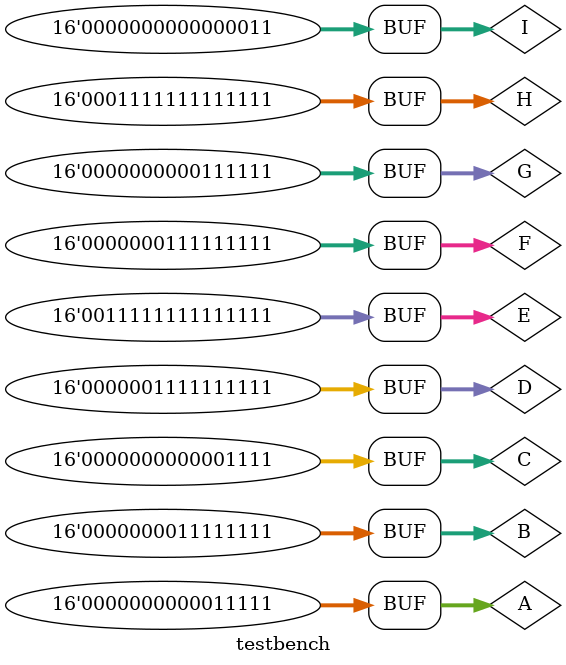
<source format=v>
`timescale 1ns / 1ps


module testbench;

	// Inputs
	reg [15:0] A;
	reg [15:0] B;
	reg [15:0] C;
	reg [15:0] D;
	reg [15:0] E;
	reg [15:0] F;
	reg [15:0] G;
	reg [15:0] H;
	reg [15:0] I;

	// Outputs
	wire [15:0] y;

	// Instantiate the Unit Under Test (UUT)
	onenot uut (
		.A(A), 
		.B(B), 
		.C(C), 
		.D(D), 
		.E(E), 
		.F(F), 
		.G(G), 
		.H(H), 
		.I(I), 
		.y(y)
	);

	initial begin
		// Initialize Inputs
		A = 16'b 0000000000011111;
		B = 16'b 0000000011111111;
		C = 16'b 0000000000001111;
		D = 16'b 0000001111111111;
		E = 16'b 0011111111111111;
		F = 16'b 0000000111111111;
		G = 16'b 0000000000111111;
		H = 16'b 0001111111111111;
		I = 16'b 0000000000000011;

		// Wait 100 ns for global reset to finish
		#100;
        
		// Add stimulus here

	end
      
endmodule


</source>
